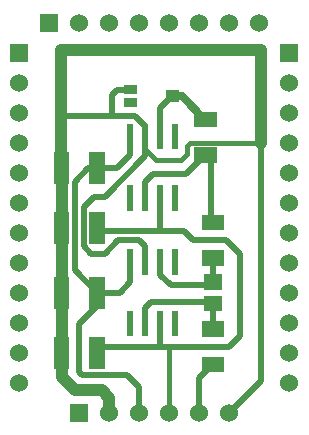
<source format=gbr>
G04 start of page 2 for group 0 idx 0 *
G04 Title: (unknown), component *
G04 Creator: pcb 20100929 *
G04 CreationDate: Wed Oct  5 19:14:07 2011 UTC *
G04 For: user1 *
G04 Format: Gerber/RS-274X *
G04 PCB-Dimensions: 200000 300000 *
G04 PCB-Coordinate-Origin: lower left *
%MOIN*%
%FSLAX25Y25*%
%LNFRONT*%
%ADD11C,0.0150*%
%ADD12C,0.0200*%
%ADD13C,0.0250*%
%ADD14C,0.0400*%
%ADD15C,0.0600*%
%ADD16R,0.0512X0.0512*%
%ADD17R,0.0200X0.0200*%
%ADD18R,0.0315X0.0315*%
%ADD19R,0.0315X0.0315*%
%ADD20R,0.0394X0.0394*%
%ADD21C,0.0380*%
G54D11*X89000Y212250D02*X92500Y208750D01*
X101000D02*X103000Y210750D01*
X92500Y208750D02*X101000D01*
X103000Y210750D02*Y213500D01*
G54D12*X102646Y204000D02*X109000Y210354D01*
X110905Y208449D02*X109000Y210354D01*
X110905Y188500D02*Y208449D01*
X110095Y177500D02*X111500Y176095D01*
X110905Y188500D02*X111500Y187905D01*
X102000Y185000D02*X105000Y182000D01*
G54D11*X104000Y214500D02*X126000D01*
X103000Y213500D02*X104000Y214500D01*
G54D12*X91500Y204000D02*X102646D01*
X89000Y201500D02*X91500Y204000D01*
X89000Y196000D02*Y201500D01*
X94000Y196000D02*Y185000D01*
X105000Y182000D02*X116000D01*
X89000Y210000D02*Y220000D01*
X94000Y216500D02*Y225994D01*
G54D13*X98007Y230001D02*X101163D01*
G54D12*X94000Y225994D02*X98007Y230001D01*
G54D13*X101163D02*X109000Y222164D01*
G54D11*Y222250D01*
G54D14*X61000Y245250D02*X127500D01*
Y214500D02*Y245250D01*
G54D12*X89000Y220000D02*X85500Y223500D01*
X84000Y216500D02*Y213595D01*
X79500Y206000D02*X84000Y210500D01*
Y216500D01*
X89000Y210000D02*X75500Y196500D01*
X72000D01*
X78000Y230500D02*Y223500D01*
G54D14*X61000Y245250D02*Y206095D01*
G54D12*X85500Y223500D02*X61000D01*
X84030Y232166D02*X79666D01*
X78000Y230500D01*
G54D14*X61000Y206095D02*X61095Y206000D01*
G54D12*X70000D02*X65500Y201500D01*
X70000Y206000D02*X79500D01*
X120500Y177500D02*Y150000D01*
X127500Y135000D02*X117000Y124500D01*
X116000Y182000D02*X120500Y177500D01*
X117000Y146500D02*X120500Y150000D01*
X109957Y166500D02*X111500Y168043D01*
Y160957D02*Y152405D01*
X111405Y140500D02*X111500Y140595D01*
X127500Y215000D02*Y135000D01*
X94000Y170500D02*X97500Y167000D01*
X110457D01*
X111500Y168043D02*Y176095D01*
X110457Y167000D02*X111500Y168043D01*
X87000Y182000D02*X89000Y180000D01*
Y174750D01*
X84000D02*Y168000D01*
X80500Y164500D01*
X75500Y177500D02*X80000Y182000D01*
X68500Y180000D02*X71000Y177500D01*
X75500D01*
X94000Y174750D02*Y170500D01*
X102000Y185000D02*X73905D01*
X80500Y164500D02*X72905D01*
X80000Y182000D02*X87000D01*
X65500Y171905D02*X72905Y164500D01*
X72405Y164000D02*X72905Y164500D01*
X65500Y201500D02*Y171905D01*
X73905Y185000D02*X72905Y186000D01*
X72000Y196500D02*X68500Y193000D01*
Y180000D01*
G54D14*X61095Y206000D02*X61190Y144905D01*
G54D12*X89000Y154250D02*Y159500D01*
X83000Y137000D02*X87000Y133000D01*
X94000Y154250D02*Y146500D01*
X87000Y133000D02*Y124500D01*
G54D11*X97000D02*Y146500D01*
G54D12*X107000Y124500D02*Y136095D01*
X74905Y146500D02*X72905Y144500D01*
Y159905D02*X67000Y154000D01*
Y138000D01*
X72905Y167155D02*Y159905D01*
X89000Y159500D02*X91000Y161500D01*
X110957D01*
X111500Y160957D01*
X117000Y146500D02*X74905D01*
X107000Y136095D02*X111500Y140595D01*
G54D14*X74500Y132000D02*X77000Y129500D01*
X65500Y132000D02*X74500D01*
X61095Y136405D02*X65500Y132000D01*
X61095Y144500D02*Y136405D01*
G54D12*X67000Y138000D02*X68000Y137000D01*
X83000D01*
G54D14*X77000Y129500D02*Y124500D01*
G54D15*X47000Y204500D03*
Y194500D03*
Y184500D03*
Y174500D03*
Y164500D03*
Y154500D03*
Y144500D03*
Y134500D03*
G54D12*G36*
X64000Y127500D02*Y121500D01*
X70000D01*
Y127500D01*
X64000D01*
G37*
G54D15*X77000Y124500D03*
X87000D03*
X97000D03*
X107000D03*
X117000D03*
X137000Y214500D03*
Y204500D03*
Y194500D03*
Y184500D03*
G54D12*G36*
X134000Y247500D02*Y241500D01*
X140000D01*
Y247500D01*
X134000D01*
G37*
G54D15*X137000Y234500D03*
Y224500D03*
Y174500D03*
Y164500D03*
Y154500D03*
Y144500D03*
Y134500D03*
G54D12*G36*
X44000Y247500D02*Y241500D01*
X50000D01*
Y247500D01*
X44000D01*
G37*
G54D15*X47000Y234500D03*
Y224500D03*
Y214500D03*
G54D12*G36*
X54000Y257500D02*Y251500D01*
X60000D01*
Y257500D01*
X54000D01*
G37*
G54D15*X67000Y254500D03*
X77000D03*
X87000D03*
X97000D03*
X107000D03*
X117000D03*
X127000D03*
G54D16*X110319Y187905D02*X112681D01*
X110319Y176095D02*X112681D01*
X111107Y168043D02*X111893D01*
X111107Y160957D02*X111893D01*
X110319Y152405D02*X112681D01*
X110319Y140595D02*X112681D01*
G54D17*X99000Y178000D02*Y171500D01*
X94000Y178000D02*Y171500D01*
X89000Y178000D02*Y171500D01*
X84000Y178000D02*Y171500D01*
Y157500D02*Y151000D01*
X89000Y157500D02*Y151000D01*
X94000Y157500D02*Y151000D01*
X99000Y157500D02*Y151000D01*
G54D16*X61095Y188755D02*Y183245D01*
Y147255D02*Y141745D01*
Y167255D02*Y161745D01*
X72905Y188755D02*Y183245D01*
Y147255D02*Y141745D01*
Y167255D02*Y161745D01*
G54D17*X84000Y199250D02*Y192750D01*
X89000Y199250D02*Y192750D01*
X94000Y199250D02*Y192750D01*
G54D16*X61095Y208755D02*Y203245D01*
X72905Y208755D02*Y203245D01*
G54D17*X99000Y219750D02*Y213250D01*
X94000Y219750D02*Y213250D01*
X89000Y219750D02*Y213250D01*
X84000Y219750D02*Y213250D01*
X99000Y199250D02*Y192750D01*
G54D16*X107819Y222164D02*X110181D01*
X107819Y210354D02*X110181D01*
G54D18*X83440Y232166D02*X84621D01*
G54D19*X83441Y227835D02*X84621D01*
G54D20*X97810Y230001D02*X98204D01*
G54D21*M02*

</source>
